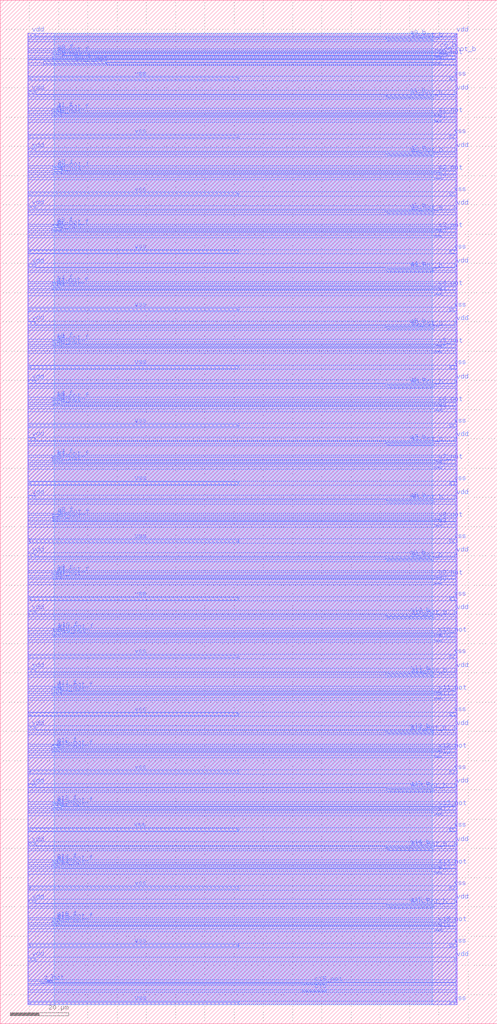
<source format=lef>
VERSION 5.7 ;
  NOWIREEXTENSIONATPIN ON ;
  DIVIDERCHAR "/" ;
  BUSBITCHARS "[]" ;
MACRO 16b_FA
  CLASS BLOCK ;
  FOREIGN 16b_FA ;
  ORIGIN 0.000 0.000 ;
  SIZE 169.925 BY 349.940 ;
  PIN vss
    USE GROUND ;
    PORT
      LAYER Metal3 ;
        RECT 153.995 322.695 156.130 323.595 ;
    END
    PORT
      LAYER Metal3 ;
        RECT 153.995 302.925 156.130 303.825 ;
    END
    PORT
      LAYER Metal3 ;
        RECT 153.995 283.230 156.130 284.130 ;
    END
    PORT
      LAYER Metal3 ;
        RECT 153.995 263.495 156.130 264.395 ;
    END
    PORT
      LAYER Metal3 ;
        RECT 153.995 243.740 156.130 244.640 ;
    END
    PORT
      LAYER Metal3 ;
        RECT 154.015 223.990 156.150 224.890 ;
    END
    PORT
      LAYER Metal3 ;
        RECT 154.015 204.045 156.150 204.945 ;
    END
    PORT
      LAYER Metal3 ;
        RECT 153.995 184.350 156.130 185.250 ;
    END
    PORT
      LAYER Metal3 ;
        RECT 10.275 243.740 81.245 244.640 ;
    END
    PORT
      LAYER Metal3 ;
        RECT 10.275 283.230 81.245 284.130 ;
    END
    PORT
      LAYER Metal3 ;
        RECT 10.295 223.990 81.265 224.890 ;
    END
    PORT
      LAYER Metal3 ;
        RECT 10.275 302.925 81.245 303.825 ;
    END
    PORT
      LAYER Metal3 ;
        RECT 10.295 204.045 81.265 204.945 ;
    END
    PORT
      LAYER Metal3 ;
        RECT 10.275 263.495 81.245 264.395 ;
    END
    PORT
      LAYER Metal3 ;
        RECT 10.275 184.350 81.245 185.250 ;
    END
    PORT
      LAYER Metal3 ;
        RECT 10.275 322.695 81.245 323.595 ;
    END
    PORT
      LAYER Metal3 ;
        RECT 10.330 164.580 81.300 165.480 ;
    END
    PORT
      LAYER Metal3 ;
        RECT 10.275 144.845 81.245 145.745 ;
    END
    PORT
      LAYER Metal3 ;
        RECT 10.275 125.165 81.245 126.065 ;
    END
    PORT
      LAYER Metal3 ;
        RECT 10.295 105.375 81.265 106.275 ;
    END
    PORT
      LAYER Metal3 ;
        RECT 10.310 85.595 81.280 86.495 ;
    END
    PORT
      LAYER Metal3 ;
        RECT 10.215 65.865 81.185 66.765 ;
    END
    PORT
      LAYER Metal3 ;
        RECT 10.310 45.910 81.280 46.810 ;
    END
    PORT
      LAYER Metal3 ;
        RECT 10.325 26.285 81.295 27.185 ;
    END
    PORT
      LAYER Metal3 ;
        RECT 10.290 6.510 81.260 7.410 ;
    END
    PORT
      LAYER Metal3 ;
        RECT 153.995 144.845 156.130 145.745 ;
    END
    PORT
      LAYER Metal3 ;
        RECT 154.030 45.910 156.165 46.810 ;
    END
    PORT
      LAYER Metal3 ;
        RECT 154.015 105.375 156.150 106.275 ;
    END
    PORT
      LAYER Metal3 ;
        RECT 154.045 26.285 156.180 27.185 ;
    END
    PORT
      LAYER Metal3 ;
        RECT 154.050 164.580 156.185 165.480 ;
    END
    PORT
      LAYER Metal3 ;
        RECT 154.010 6.510 156.145 7.410 ;
    END
    PORT
      LAYER Metal3 ;
        RECT 154.030 85.595 156.165 86.495 ;
    END
    PORT
      LAYER Metal3 ;
        RECT 153.995 125.165 156.130 126.065 ;
    END
    PORT
      LAYER Metal3 ;
        RECT 153.935 65.865 156.070 66.765 ;
    END
  END vss
  PIN vdd
    USE POWER ;
    PORT
      LAYER Metal3 ;
        RECT 155.735 179.540 156.140 180.440 ;
    END
    PORT
      LAYER Metal3 ;
        RECT 155.735 199.380 156.140 200.280 ;
    END
    PORT
      LAYER Metal3 ;
        RECT 155.755 219.065 156.160 219.965 ;
    END
    PORT
      LAYER Metal3 ;
        RECT 155.720 239.030 156.125 239.930 ;
    END
    PORT
      LAYER Metal3 ;
        RECT 155.755 258.740 156.160 259.640 ;
    END
    PORT
      LAYER Metal3 ;
        RECT 155.745 278.490 156.150 279.390 ;
    END
    PORT
      LAYER Metal3 ;
        RECT 155.735 298.285 156.140 299.185 ;
    END
    PORT
      LAYER Metal3 ;
        RECT 155.745 317.925 156.150 318.825 ;
    END
    PORT
      LAYER Metal3 ;
        RECT 155.740 337.670 156.145 338.570 ;
    END
    PORT
      LAYER Metal3 ;
        RECT 9.630 199.380 11.810 200.280 ;
    END
    PORT
      LAYER Metal3 ;
        RECT 9.650 219.065 11.830 219.965 ;
    END
    PORT
      LAYER Metal3 ;
        RECT 9.615 239.030 11.795 239.930 ;
    END
    PORT
      LAYER Metal3 ;
        RECT 9.650 258.740 11.830 259.640 ;
    END
    PORT
      LAYER Metal3 ;
        RECT 9.640 278.490 11.820 279.390 ;
    END
    PORT
      LAYER Metal3 ;
        RECT 9.630 298.285 11.810 299.185 ;
    END
    PORT
      LAYER Metal3 ;
        RECT 9.640 317.925 11.820 318.825 ;
    END
    PORT
      LAYER Metal3 ;
        RECT 9.635 337.670 11.815 338.570 ;
    END
    PORT
      LAYER Metal3 ;
        RECT 9.630 179.540 11.810 180.440 ;
    END
    PORT
      LAYER Metal3 ;
        RECT 9.630 21.560 11.810 22.460 ;
    END
    PORT
      LAYER Metal3 ;
        RECT 9.645 41.340 11.825 42.240 ;
    END
    PORT
      LAYER Metal3 ;
        RECT 9.665 60.980 11.845 61.880 ;
    END
    PORT
      LAYER Metal3 ;
        RECT 9.630 80.910 11.810 81.810 ;
    END
    PORT
      LAYER Metal3 ;
        RECT 9.630 100.650 11.810 101.550 ;
    END
    PORT
      LAYER Metal3 ;
        RECT 9.630 120.340 11.810 121.240 ;
    END
    PORT
      LAYER Metal3 ;
        RECT 9.640 140.180 11.820 141.080 ;
    END
    PORT
      LAYER Metal3 ;
        RECT 9.640 159.845 11.820 160.745 ;
    END
    PORT
      LAYER Metal3 ;
        RECT 155.770 60.980 156.175 61.880 ;
    END
    PORT
      LAYER Metal3 ;
        RECT 155.735 80.910 156.140 81.810 ;
    END
    PORT
      LAYER Metal3 ;
        RECT 155.735 100.650 156.140 101.550 ;
    END
    PORT
      LAYER Metal3 ;
        RECT 155.735 120.340 156.140 121.240 ;
    END
    PORT
      LAYER Metal3 ;
        RECT 155.745 140.180 156.150 141.080 ;
    END
    PORT
      LAYER Metal3 ;
        RECT 155.745 159.845 156.150 160.745 ;
    END
    PORT
      LAYER Metal3 ;
        RECT 155.735 21.560 156.140 22.460 ;
    END
    PORT
      LAYER Metal3 ;
        RECT 155.750 41.340 156.155 42.240 ;
    END
  END vdd
  PIN c0_b
    ANTENNAGATEAREA 2.739250 ;
    ANTENNADIFFAREA 2.734275 ;
    PORT
      LAYER Metal3 ;
        RECT 149.280 332.675 151.215 332.985 ;
    END
  END c0_b
  PIN a0_b
    ANTENNAGATEAREA 2.739250 ;
    ANTENNADIFFAREA 1.587600 ;
    PORT
      LAYER Metal3 ;
        RECT 132.195 336.890 147.930 337.300 ;
    END
  END a0_b
  PIN a0_not_b
    ANTENNAGATEAREA 2.775000 ;
    ANTENNADIFFAREA 1.587600 ;
    PORT
      LAYER Metal3 ;
        RECT 132.790 336.110 147.920 336.565 ;
    END
  END a0_not_b
  PIN a1_b
    ANTENNAGATEAREA 2.739250 ;
    ANTENNADIFFAREA 1.587600 ;
    PORT
      LAYER Metal3 ;
        RECT 131.995 317.165 147.730 317.575 ;
    END
  END a1_b
  PIN a1_not_b
    ANTENNAGATEAREA 2.775000 ;
    ANTENNADIFFAREA 1.587600 ;
    PORT
      LAYER Metal3 ;
        RECT 132.590 316.385 147.720 316.840 ;
    END
  END a1_not_b
  PIN a2_b
    ANTENNAGATEAREA 2.739250 ;
    ANTENNADIFFAREA 1.587600 ;
    PORT
      LAYER Metal3 ;
        RECT 132.150 297.520 147.885 297.930 ;
    END
  END a2_b
  PIN a2_not_b
    ANTENNAGATEAREA 2.775000 ;
    ANTENNADIFFAREA 1.587600 ;
    PORT
      LAYER Metal3 ;
        RECT 132.745 296.740 147.875 297.195 ;
    END
  END a2_not_b
  PIN a3_b
    ANTENNAGATEAREA 2.739250 ;
    ANTENNADIFFAREA 1.587600 ;
    PORT
      LAYER Metal3 ;
        RECT 132.150 277.725 147.885 278.135 ;
    END
  END a3_b
  PIN a3_not_b
    ANTENNAGATEAREA 2.775000 ;
    ANTENNADIFFAREA 1.587600 ;
    PORT
      LAYER Metal3 ;
        RECT 132.745 276.945 147.875 277.400 ;
    END
  END a3_not_b
  PIN a4_b
    ANTENNAGATEAREA 2.739250 ;
    ANTENNADIFFAREA 1.587600 ;
    PORT
      LAYER Metal3 ;
        RECT 132.070 257.970 147.805 258.380 ;
    END
  END a4_b
  PIN a4_not_b
    ANTENNAGATEAREA 2.775000 ;
    ANTENNADIFFAREA 1.587600 ;
    PORT
      LAYER Metal3 ;
        RECT 132.665 257.190 147.795 257.645 ;
    END
  END a4_not_b
  PIN a5_b
    ANTENNAGATEAREA 2.739250 ;
    ANTENNADIFFAREA 1.587600 ;
    PORT
      LAYER Metal3 ;
        RECT 132.175 238.255 147.910 238.665 ;
    END
  END a5_b
  PIN a5_not_b
    ANTENNAGATEAREA 2.775000 ;
    ANTENNADIFFAREA 1.587600 ;
    PORT
      LAYER Metal3 ;
        RECT 132.770 237.475 147.900 237.930 ;
    END
  END a5_not_b
  PIN a6_b
    ANTENNAGATEAREA 2.739250 ;
    ANTENNADIFFAREA 1.587600 ;
    PORT
      LAYER Metal3 ;
        RECT 132.175 218.285 147.910 218.695 ;
    END
  END a6_b
  PIN a6_not_b
    ANTENNAGATEAREA 2.775000 ;
    ANTENNADIFFAREA 1.587600 ;
    PORT
      LAYER Metal3 ;
        RECT 132.770 217.505 147.900 217.960 ;
    END
  END a6_not_b
  PIN a7_b
    ANTENNAGATEAREA 2.739250 ;
    ANTENNADIFFAREA 1.587600 ;
    PORT
      LAYER Metal3 ;
        RECT 132.175 198.620 147.910 199.030 ;
    END
  END a7_b
  PIN a7_not_b
    ANTENNAGATEAREA 2.775000 ;
    ANTENNADIFFAREA 1.587600 ;
    PORT
      LAYER Metal3 ;
        RECT 132.770 197.840 147.900 198.295 ;
    END
  END a7_not_b
  PIN a8_b
    ANTENNAGATEAREA 2.739250 ;
    ANTENNADIFFAREA 1.587600 ;
    PORT
      LAYER Metal3 ;
        RECT 132.215 178.780 147.950 179.190 ;
    END
  END a8_b
  PIN a8_not_b
    ANTENNAGATEAREA 2.775000 ;
    ANTENNADIFFAREA 1.587600 ;
    PORT
      LAYER Metal3 ;
        RECT 132.810 178.000 147.940 178.455 ;
    END
  END a8_not_b
  PIN c0_not_b
    ANTENNAGATEAREA 2.775000 ;
    ANTENNADIFFAREA 2.560625 ;
    PORT
      LAYER Metal3 ;
        RECT 150.720 331.265 152.465 331.575 ;
    END
  END c0_not_b
  PIN s0
    ANTENNADIFFAREA 2.734275 ;
    PORT
      LAYER Metal3 ;
        RECT 148.905 328.205 150.650 328.515 ;
    END
  END s0
  PIN s0_not
    ANTENNADIFFAREA 2.560625 ;
    PORT
      LAYER Metal3 ;
        RECT 148.935 330.250 150.680 330.560 ;
    END
  END s0_not
  PIN s1
    ANTENNADIFFAREA 2.734275 ;
    PORT
      LAYER Metal3 ;
        RECT 148.775 308.475 150.520 308.785 ;
    END
  END s1
  PIN s1_not
    ANTENNADIFFAREA 2.560625 ;
    PORT
      LAYER Metal3 ;
        RECT 148.805 310.520 150.550 310.830 ;
    END
  END s1_not
  PIN s2
    ANTENNADIFFAREA 2.734275 ;
    PORT
      LAYER Metal3 ;
        RECT 148.890 288.835 150.635 289.145 ;
    END
  END s2
  PIN s2_not
    ANTENNADIFFAREA 2.560625 ;
    PORT
      LAYER Metal3 ;
        RECT 148.920 290.880 150.665 291.190 ;
    END
  END s2_not
  PIN s3
    ANTENNADIFFAREA 2.734275 ;
    PORT
      LAYER Metal3 ;
        RECT 148.890 269.035 150.635 269.345 ;
    END
  END s3
  PIN s3_not
    ANTENNADIFFAREA 2.560625 ;
    PORT
      LAYER Metal3 ;
        RECT 148.920 271.080 150.665 271.390 ;
    END
  END s3_not
  PIN s4
    ANTENNADIFFAREA 2.734275 ;
    PORT
      LAYER Metal3 ;
        RECT 148.850 249.280 150.595 249.590 ;
    END
  END s4
  PIN s4_not
    ANTENNADIFFAREA 2.560625 ;
    PORT
      LAYER Metal3 ;
        RECT 148.880 251.325 150.625 251.635 ;
    END
  END s4_not
  PIN s5
    ANTENNADIFFAREA 2.734275 ;
    PORT
      LAYER Metal3 ;
        RECT 148.890 229.565 150.635 229.875 ;
    END
  END s5
  PIN s5_not
    ANTENNADIFFAREA 2.560625 ;
    PORT
      LAYER Metal3 ;
        RECT 148.920 231.610 150.665 231.920 ;
    END
  END s5_not
  PIN s6_not
    ANTENNADIFFAREA 2.560625 ;
    PORT
      LAYER Metal3 ;
        RECT 148.915 211.640 150.660 211.950 ;
    END
  END s6_not
  PIN s7
    ANTENNADIFFAREA 2.734275 ;
    PORT
      LAYER Metal3 ;
        RECT 148.905 189.935 150.650 190.245 ;
    END
  END s7
  PIN s7_not
    ANTENNADIFFAREA 2.560625 ;
    PORT
      LAYER Metal3 ;
        RECT 148.935 191.980 150.680 192.290 ;
    END
  END s7_not
  PIN s6
    ANTENNADIFFAREA 2.734275 ;
    PORT
      LAYER Metal3 ;
        RECT 148.885 209.595 150.630 209.905 ;
    END
  END s6
  PIN a3_f
    ANTENNAGATEAREA 5.478500 ;
    ANTENNADIFFAREA 1.587600 ;
    PORT
      LAYER Metal3 ;
        RECT 18.135 272.830 20.595 273.135 ;
    END
  END a3_f
  PIN a3_not_f
    ANTENNAGATEAREA 5.550000 ;
    ANTENNADIFFAREA 1.587600 ;
    PORT
      LAYER Metal3 ;
        RECT 18.095 272.095 20.600 272.390 ;
    END
  END a3_not_f
  PIN b3
    ANTENNADIFFAREA 2.559875 ;
    PORT
      LAYER Metal3 ;
        RECT 18.100 271.380 20.615 271.675 ;
    END
  END b3
  PIN b3_not
    ANTENNADIFFAREA 2.638650 ;
    PORT
      LAYER Metal3 ;
        RECT 18.135 270.750 20.600 271.045 ;
    END
  END b3_not
  PIN a4_f
    ANTENNAGATEAREA 5.478500 ;
    ANTENNADIFFAREA 1.587600 ;
    PORT
      LAYER Metal3 ;
        RECT 18.005 253.120 20.465 253.425 ;
    END
  END a4_f
  PIN a4_not_f
    ANTENNAGATEAREA 5.550000 ;
    ANTENNADIFFAREA 1.587600 ;
    PORT
      LAYER Metal3 ;
        RECT 17.965 252.385 20.470 252.680 ;
    END
  END a4_not_f
  PIN b4
    ANTENNADIFFAREA 2.559875 ;
    PORT
      LAYER Metal3 ;
        RECT 17.970 251.670 20.485 251.965 ;
    END
  END b4
  PIN b4_not
    ANTENNADIFFAREA 2.638650 ;
    PORT
      LAYER Metal3 ;
        RECT 18.005 251.040 20.470 251.335 ;
    END
  END b4_not
  PIN a5_f
    ANTENNAGATEAREA 5.478500 ;
    ANTENNADIFFAREA 1.587600 ;
    PORT
      LAYER Metal3 ;
        RECT 18.135 233.360 20.595 233.665 ;
    END
  END a5_f
  PIN a5_not_f
    ANTENNAGATEAREA 5.550000 ;
    ANTENNADIFFAREA 1.587600 ;
    PORT
      LAYER Metal3 ;
        RECT 18.095 232.625 20.600 232.920 ;
    END
  END a5_not_f
  PIN b5
    ANTENNADIFFAREA 2.559875 ;
    PORT
      LAYER Metal3 ;
        RECT 18.100 231.910 20.615 232.205 ;
    END
  END b5
  PIN b5_not
    ANTENNADIFFAREA 2.638650 ;
    PORT
      LAYER Metal3 ;
        RECT 18.135 231.280 20.600 231.575 ;
    END
  END b5_not
  PIN a6_f
    ANTENNAGATEAREA 5.478500 ;
    ANTENNADIFFAREA 1.587600 ;
    PORT
      LAYER Metal3 ;
        RECT 18.085 213.550 20.545 213.855 ;
    END
  END a6_f
  PIN a6_not_f
    ANTENNAGATEAREA 5.550000 ;
    ANTENNADIFFAREA 1.587600 ;
    PORT
      LAYER Metal3 ;
        RECT 18.045 212.815 20.550 213.110 ;
    END
  END a6_not_f
  PIN b6
    ANTENNADIFFAREA 2.559875 ;
    PORT
      LAYER Metal3 ;
        RECT 18.050 212.100 20.565 212.395 ;
    END
  END b6
  PIN b6_not
    ANTENNADIFFAREA 2.638650 ;
    PORT
      LAYER Metal3 ;
        RECT 18.085 211.470 20.550 211.765 ;
    END
  END b6_not
  PIN a7_f
    ANTENNAGATEAREA 5.478500 ;
    ANTENNADIFFAREA 1.587600 ;
    PORT
      LAYER Metal3 ;
        RECT 18.055 193.755 20.515 194.060 ;
    END
  END a7_f
  PIN a7_not_f
    ANTENNAGATEAREA 5.550000 ;
    ANTENNADIFFAREA 1.587600 ;
    PORT
      LAYER Metal3 ;
        RECT 18.015 193.020 20.520 193.315 ;
    END
  END a7_not_f
  PIN b7
    ANTENNADIFFAREA 2.559875 ;
    PORT
      LAYER Metal3 ;
        RECT 18.020 192.305 20.535 192.600 ;
    END
  END b7
  PIN b7_not
    ANTENNADIFFAREA 2.638650 ;
    PORT
      LAYER Metal3 ;
        RECT 18.055 191.675 20.520 191.970 ;
    END
  END b7_not
  PIN a8_f
    ANTENNAGATEAREA 5.478500 ;
    ANTENNADIFFAREA 1.587600 ;
    PORT
      LAYER Metal3 ;
        RECT 18.205 173.960 20.665 174.265 ;
    END
  END a8_f
  PIN a8_not_f
    ANTENNAGATEAREA 5.550000 ;
    ANTENNADIFFAREA 1.587600 ;
    PORT
      LAYER Metal3 ;
        RECT 18.165 173.225 20.670 173.520 ;
    END
  END a8_not_f
  PIN b8
    ANTENNADIFFAREA 2.559875 ;
    PORT
      LAYER Metal3 ;
        RECT 18.170 172.510 20.685 172.805 ;
    END
  END b8
  PIN c0_f_not
    ANTENNADIFFAREA 2.638650 ;
    PORT
      LAYER Metal3 ;
        RECT 15.050 328.050 36.160 328.345 ;
    END
  END c0_f_not
  PIN c0_f
    ANTENNADIFFAREA 2.559875 ;
    PORT
      LAYER Metal3 ;
        RECT 15.230 328.915 35.575 329.210 ;
    END
  END c0_f
  PIN a0_f
    ANTENNAGATEAREA 5.478500 ;
    ANTENNADIFFAREA 1.587600 ;
    PORT
      LAYER Metal3 ;
        RECT 18.185 332.070 20.645 332.375 ;
    END
  END a0_f
  PIN a0_not_f
    ANTENNAGATEAREA 5.550000 ;
    ANTENNADIFFAREA 1.587600 ;
    PORT
      LAYER Metal3 ;
        RECT 18.145 331.335 20.650 331.630 ;
    END
  END a0_not_f
  PIN b0
    ANTENNADIFFAREA 2.559875 ;
    PORT
      LAYER Metal3 ;
        RECT 18.150 330.620 20.665 330.915 ;
    END
  END b0
  PIN b0_not
    ANTENNADIFFAREA 2.638650 ;
    PORT
      LAYER Metal3 ;
        RECT 18.185 329.990 20.650 330.285 ;
    END
  END b0_not
  PIN a1_f
    ANTENNAGATEAREA 5.478500 ;
    ANTENNADIFFAREA 1.587600 ;
    PORT
      LAYER Metal3 ;
        RECT 18.140 312.380 20.600 312.685 ;
    END
  END a1_f
  PIN a1_not_f
    ANTENNAGATEAREA 5.550000 ;
    ANTENNADIFFAREA 1.587600 ;
    PORT
      LAYER Metal3 ;
        RECT 18.100 311.645 20.605 311.940 ;
    END
  END a1_not_f
  PIN b1
    ANTENNADIFFAREA 2.559875 ;
    PORT
      LAYER Metal3 ;
        RECT 18.105 310.930 20.620 311.225 ;
    END
  END b1
  PIN b1_not
    ANTENNADIFFAREA 2.638650 ;
    PORT
      LAYER Metal3 ;
        RECT 18.140 310.300 20.605 310.595 ;
    END
  END b1_not
  PIN a2_f
    ANTENNAGATEAREA 5.478500 ;
    ANTENNADIFFAREA 1.587600 ;
    PORT
      LAYER Metal3 ;
        RECT 18.330 292.670 20.790 292.975 ;
    END
  END a2_f
  PIN a2_not_f
    ANTENNAGATEAREA 5.550000 ;
    ANTENNADIFFAREA 1.587600 ;
    PORT
      LAYER Metal3 ;
        RECT 18.290 291.935 20.795 292.230 ;
    END
  END a2_not_f
  PIN b2
    ANTENNADIFFAREA 2.559875 ;
    PORT
      LAYER Metal3 ;
        RECT 18.295 291.220 20.810 291.515 ;
    END
  END b2
  PIN b2_not
    ANTENNADIFFAREA 2.638650 ;
    PORT
      LAYER Metal3 ;
        RECT 18.330 290.590 20.795 290.885 ;
    END
  END b2_not
  PIN a13_not_f
    ANTENNAGATEAREA 5.550000 ;
    ANTENNADIFFAREA 1.587600 ;
    PORT
      LAYER Metal3 ;
        RECT 18.115 74.515 20.620 74.810 ;
    END
  END a13_not_f
  PIN b13
    ANTENNADIFFAREA 2.559875 ;
    PORT
      LAYER Metal3 ;
        RECT 18.120 73.800 20.635 74.095 ;
    END
  END b13
  PIN b13_not
    ANTENNADIFFAREA 2.638650 ;
    PORT
      LAYER Metal3 ;
        RECT 18.155 73.170 20.620 73.465 ;
    END
  END b13_not
  PIN a14_f
    ANTENNAGATEAREA 5.478500 ;
    ANTENNADIFFAREA 1.587600 ;
    PORT
      LAYER Metal3 ;
        RECT 18.105 55.440 20.565 55.745 ;
    END
  END a14_f
  PIN a14_not_f
    ANTENNAGATEAREA 5.550000 ;
    ANTENNADIFFAREA 1.587600 ;
    PORT
      LAYER Metal3 ;
        RECT 18.065 54.705 20.570 55.000 ;
    END
  END a14_not_f
  PIN b14
    ANTENNADIFFAREA 2.559875 ;
    PORT
      LAYER Metal3 ;
        RECT 18.070 53.990 20.585 54.285 ;
    END
  END b14
  PIN b14_not
    ANTENNADIFFAREA 2.638650 ;
    PORT
      LAYER Metal3 ;
        RECT 18.105 53.360 20.570 53.655 ;
    END
  END b14_not
  PIN a15_f
    ANTENNAGATEAREA 5.478500 ;
    ANTENNADIFFAREA 1.587600 ;
    PORT
      LAYER Metal3 ;
        RECT 18.075 35.645 20.535 35.950 ;
    END
  END a15_f
  PIN a15_not_f
    ANTENNAGATEAREA 5.550000 ;
    ANTENNADIFFAREA 1.587600 ;
    PORT
      LAYER Metal3 ;
        RECT 18.035 34.910 20.540 35.205 ;
    END
  END a15_not_f
  PIN b15
    ANTENNADIFFAREA 2.559875 ;
    PORT
      LAYER Metal3 ;
        RECT 18.040 34.195 20.555 34.490 ;
    END
  END b15
  PIN b15_not
    ANTENNADIFFAREA 2.638650 ;
    PORT
      LAYER Metal3 ;
        RECT 18.075 33.565 20.540 33.860 ;
    END
  END b15_not
  PIN b8_not
    ANTENNADIFFAREA 2.638650 ;
    PORT
      LAYER Metal3 ;
        RECT 18.205 171.880 20.670 172.175 ;
    END
  END b8_not
  PIN z
    ANTENNADIFFAREA 2.559875 ;
    PORT
      LAYER Metal3 ;
        RECT 16.315 14.445 17.565 14.745 ;
    END
  END z
  PIN z_not
    ANTENNADIFFAREA 2.638650 ;
    PORT
      LAYER Metal3 ;
        RECT 14.215 13.895 15.465 14.195 ;
    END
  END z_not
  PIN a9_f
    ANTENNAGATEAREA 5.478500 ;
    ANTENNADIFFAREA 1.587600 ;
    PORT
      LAYER Metal3 ;
        RECT 18.160 154.270 20.620 154.575 ;
    END
  END a9_f
  PIN a9_not_f
    ANTENNAGATEAREA 5.550000 ;
    ANTENNADIFFAREA 1.587600 ;
    PORT
      LAYER Metal3 ;
        RECT 18.120 153.535 20.625 153.830 ;
    END
  END a9_not_f
  PIN b9
    ANTENNADIFFAREA 2.559875 ;
    PORT
      LAYER Metal3 ;
        RECT 18.125 152.820 20.640 153.115 ;
    END
  END b9
  PIN b9_not
    ANTENNADIFFAREA 2.638650 ;
    PORT
      LAYER Metal3 ;
        RECT 18.160 152.190 20.625 152.485 ;
    END
  END b9_not
  PIN a10_f
    ANTENNAGATEAREA 5.478500 ;
    ANTENNADIFFAREA 1.587600 ;
    PORT
      LAYER Metal3 ;
        RECT 18.350 134.560 20.810 134.865 ;
    END
  END a10_f
  PIN a10_not_f
    ANTENNAGATEAREA 5.550000 ;
    ANTENNADIFFAREA 1.587600 ;
    PORT
      LAYER Metal3 ;
        RECT 18.310 133.825 20.815 134.120 ;
    END
  END a10_not_f
  PIN b10
    ANTENNADIFFAREA 2.559875 ;
    PORT
      LAYER Metal3 ;
        RECT 18.315 133.110 20.830 133.405 ;
    END
  END b10
  PIN b10_not
    ANTENNADIFFAREA 2.638650 ;
    PORT
      LAYER Metal3 ;
        RECT 18.350 132.480 20.815 132.775 ;
    END
  END b10_not
  PIN a11_f
    ANTENNAGATEAREA 5.478500 ;
    ANTENNADIFFAREA 1.587600 ;
    PORT
      LAYER Metal3 ;
        RECT 18.155 114.720 20.615 115.025 ;
    END
  END a11_f
  PIN a11_not_f
    ANTENNAGATEAREA 5.550000 ;
    ANTENNADIFFAREA 1.587600 ;
    PORT
      LAYER Metal3 ;
        RECT 18.115 113.985 20.620 114.280 ;
    END
  END a11_not_f
  PIN b11
    ANTENNADIFFAREA 2.559875 ;
    PORT
      LAYER Metal3 ;
        RECT 18.120 113.270 20.635 113.565 ;
    END
  END b11
  PIN b11_not
    ANTENNADIFFAREA 2.638650 ;
    PORT
      LAYER Metal3 ;
        RECT 18.155 112.640 20.620 112.935 ;
    END
  END b11_not
  PIN a12_f
    ANTENNAGATEAREA 5.478500 ;
    ANTENNADIFFAREA 1.587600 ;
    PORT
      LAYER Metal3 ;
        RECT 18.025 95.010 20.485 95.315 ;
    END
  END a12_f
  PIN a12_not_f
    ANTENNAGATEAREA 5.550000 ;
    ANTENNADIFFAREA 1.587600 ;
    PORT
      LAYER Metal3 ;
        RECT 17.985 94.275 20.490 94.570 ;
    END
  END a12_not_f
  PIN b12
    ANTENNADIFFAREA 2.559875 ;
    PORT
      LAYER Metal3 ;
        RECT 17.990 93.560 20.505 93.855 ;
    END
  END b12
  PIN b12_not
    ANTENNADIFFAREA 2.638650 ;
    PORT
      LAYER Metal3 ;
        RECT 18.025 92.930 20.490 93.225 ;
    END
  END b12_not
  PIN a13_f
    ANTENNAGATEAREA 5.478500 ;
    ANTENNADIFFAREA 1.587600 ;
    PORT
      LAYER Metal3 ;
        RECT 18.155 75.250 20.615 75.555 ;
    END
  END a13_f
  PIN a10_b
    ANTENNAGATEAREA 2.739250 ;
    ANTENNADIFFAREA 1.587600 ;
    PORT
      LAYER Metal3 ;
        RECT 132.170 139.410 147.905 139.820 ;
    END
  END a10_b
  PIN a10_not_b
    ANTENNAGATEAREA 2.775000 ;
    ANTENNADIFFAREA 1.587600 ;
    PORT
      LAYER Metal3 ;
        RECT 132.765 138.630 147.895 139.085 ;
    END
  END a10_not_b
  PIN a11_b
    ANTENNAGATEAREA 2.739250 ;
    ANTENNADIFFAREA 1.587600 ;
    PORT
      LAYER Metal3 ;
        RECT 132.170 119.615 147.905 120.025 ;
    END
  END a11_b
  PIN a11_not_b
    ANTENNAGATEAREA 2.775000 ;
    ANTENNADIFFAREA 1.587600 ;
    PORT
      LAYER Metal3 ;
        RECT 132.765 118.835 147.895 119.290 ;
    END
  END a11_not_b
  PIN a12_b
    ANTENNAGATEAREA 2.739250 ;
    ANTENNADIFFAREA 1.587600 ;
    PORT
      LAYER Metal3 ;
        RECT 132.090 99.860 147.825 100.270 ;
    END
  END a12_b
  PIN a12_not_b
    ANTENNAGATEAREA 2.775000 ;
    ANTENNADIFFAREA 1.587600 ;
    PORT
      LAYER Metal3 ;
        RECT 132.685 99.080 147.815 99.535 ;
    END
  END a12_not_b
  PIN a13_b
    ANTENNAGATEAREA 2.739250 ;
    ANTENNADIFFAREA 1.587600 ;
    PORT
      LAYER Metal3 ;
        RECT 132.195 80.145 147.930 80.555 ;
    END
  END a13_b
  PIN a13_not_b
    ANTENNAGATEAREA 2.775000 ;
    ANTENNADIFFAREA 1.587600 ;
    PORT
      LAYER Metal3 ;
        RECT 132.790 79.365 147.920 79.820 ;
    END
  END a13_not_b
  PIN a14_b
    ANTENNAGATEAREA 2.739250 ;
    ANTENNADIFFAREA 1.587600 ;
    PORT
      LAYER Metal3 ;
        RECT 132.195 60.175 147.930 60.585 ;
    END
  END a14_b
  PIN a14_not_b
    ANTENNAGATEAREA 2.775000 ;
    ANTENNADIFFAREA 1.587600 ;
    PORT
      LAYER Metal3 ;
        RECT 132.790 59.395 147.920 59.850 ;
    END
  END a14_not_b
  PIN a15_b
    ANTENNAGATEAREA 2.739250 ;
    ANTENNADIFFAREA 1.587600 ;
    PORT
      LAYER Metal3 ;
        RECT 132.195 40.510 147.930 40.920 ;
    END
  END a15_b
  PIN a15_not_b
    ANTENNAGATEAREA 2.775000 ;
    ANTENNADIFFAREA 1.587600 ;
    PORT
      LAYER Metal3 ;
        RECT 132.790 39.730 147.920 40.185 ;
    END
  END a15_not_b
  PIN c15
    ANTENNADIFFAREA 2.734275 ;
    PORT
      LAYER Metal3 ;
        RECT 103.605 11.000 111.150 11.320 ;
    END
  END c15
  PIN c15_not
    ANTENNADIFFAREA 2.560625 ;
    PORT
      LAYER Metal3 ;
        RECT 103.620 13.430 111.140 13.750 ;
    END
  END c15_not
  PIN a9_b
    ANTENNAGATEAREA 2.739250 ;
    ANTENNADIFFAREA 1.587600 ;
    PORT
      LAYER Metal3 ;
        RECT 132.015 159.055 147.750 159.465 ;
    END
  END a9_b
  PIN s8
    ANTENNADIFFAREA 2.734275 ;
    PORT
      LAYER Metal3 ;
        RECT 148.905 170.090 150.650 170.400 ;
    END
  END s8
  PIN s8_not
    ANTENNADIFFAREA 2.560625 ;
    PORT
      LAYER Metal3 ;
        RECT 148.935 172.135 150.680 172.445 ;
    END
  END s8_not
  PIN s9
    ANTENNADIFFAREA 2.734275 ;
    PORT
      LAYER Metal3 ;
        RECT 148.805 150.365 150.550 150.675 ;
    END
  END s9
  PIN s9_not
    ANTENNADIFFAREA 2.560625 ;
    PORT
      LAYER Metal3 ;
        RECT 148.835 152.410 150.580 152.720 ;
    END
  END s9_not
  PIN s10
    ANTENNADIFFAREA 2.734275 ;
    PORT
      LAYER Metal3 ;
        RECT 148.865 130.720 150.610 131.030 ;
    END
  END s10
  PIN s10_not
    ANTENNADIFFAREA 2.560625 ;
    PORT
      LAYER Metal3 ;
        RECT 148.895 132.765 150.640 133.075 ;
    END
  END s10_not
  PIN s11
    ANTENNADIFFAREA 2.734275 ;
    PORT
      LAYER Metal3 ;
        RECT 148.865 110.930 150.610 111.240 ;
    END
  END s11
  PIN s11_not
    ANTENNADIFFAREA 2.560625 ;
    PORT
      LAYER Metal3 ;
        RECT 148.895 112.975 150.640 113.285 ;
    END
  END s11_not
  PIN s12
    ANTENNADIFFAREA 2.734275 ;
    PORT
      LAYER Metal3 ;
        RECT 148.865 91.170 150.610 91.480 ;
    END
  END s12
  PIN s12_not
    ANTENNADIFFAREA 2.560625 ;
    PORT
      LAYER Metal3 ;
        RECT 148.895 93.215 150.640 93.525 ;
    END
  END s12_not
  PIN s13
    ANTENNADIFFAREA 2.734275 ;
    PORT
      LAYER Metal3 ;
        RECT 148.890 71.460 150.635 71.770 ;
    END
  END s13
  PIN s13_not
    ANTENNADIFFAREA 2.560625 ;
    PORT
      LAYER Metal3 ;
        RECT 148.920 73.505 150.665 73.815 ;
    END
  END s13_not
  PIN s14
    ANTENNADIFFAREA 2.734275 ;
    PORT
      LAYER Metal3 ;
        RECT 148.875 51.490 150.620 51.800 ;
    END
  END s14
  PIN s14_not
    ANTENNADIFFAREA 2.560625 ;
    PORT
      LAYER Metal3 ;
        RECT 148.905 53.535 150.650 53.845 ;
    END
  END s14_not
  PIN s15
    ANTENNADIFFAREA 2.734275 ;
    PORT
      LAYER Metal3 ;
        RECT 148.900 31.825 150.645 32.135 ;
    END
  END s15
  PIN s15_not
    ANTENNADIFFAREA 2.560625 ;
    PORT
      LAYER Metal3 ;
        RECT 148.930 33.870 150.675 34.180 ;
    END
  END s15_not
  PIN a9_not_b
    ANTENNAGATEAREA 2.775000 ;
    ANTENNADIFFAREA 1.587600 ;
    PORT
      LAYER Metal3 ;
        RECT 132.610 158.275 147.740 158.730 ;
    END
  END a9_not_b
  OBS
      LAYER Nwell ;
        RECT 18.465 6.520 147.730 338.615 ;
      LAYER Metal1 ;
        RECT 9.415 6.520 156.165 338.615 ;
      LAYER Metal2 ;
        RECT 9.635 6.520 156.145 338.620 ;
      LAYER Metal3 ;
        RECT 12.115 337.600 155.440 338.570 ;
        RECT 12.115 337.370 131.895 337.600 ;
        RECT 9.560 336.590 131.895 337.370 ;
        RECT 148.230 337.370 155.440 337.600 ;
        RECT 148.230 336.590 155.770 337.370 ;
        RECT 9.560 335.810 132.490 336.590 ;
        RECT 148.220 335.810 155.770 336.590 ;
        RECT 9.560 333.285 155.770 335.810 ;
        RECT 9.560 332.675 148.980 333.285 ;
        RECT 9.560 331.930 17.885 332.675 ;
        RECT 20.945 332.375 148.980 332.675 ;
        RECT 151.515 332.375 155.770 333.285 ;
        RECT 20.945 331.930 155.770 332.375 ;
        RECT 9.560 331.035 17.845 331.930 ;
        RECT 20.950 331.875 155.770 331.930 ;
        RECT 20.950 331.215 150.420 331.875 ;
        RECT 9.560 330.320 17.850 331.035 ;
        RECT 20.965 330.965 150.420 331.215 ;
        RECT 152.765 330.965 155.770 331.875 ;
        RECT 20.965 330.860 155.770 330.965 ;
        RECT 20.965 330.320 148.635 330.860 ;
        RECT 9.560 329.690 17.885 330.320 ;
        RECT 20.950 329.950 148.635 330.320 ;
        RECT 150.980 329.950 155.770 330.860 ;
        RECT 20.950 329.690 155.770 329.950 ;
        RECT 9.560 329.510 155.770 329.690 ;
        RECT 9.560 328.645 14.930 329.510 ;
        RECT 35.875 328.815 155.770 329.510 ;
        RECT 35.875 328.645 148.605 328.815 ;
        RECT 9.560 327.750 14.750 328.645 ;
        RECT 36.460 327.905 148.605 328.645 ;
        RECT 150.950 327.905 155.770 328.815 ;
        RECT 36.460 327.750 155.770 327.905 ;
        RECT 9.560 323.895 155.770 327.750 ;
        RECT 9.560 322.395 9.975 323.895 ;
        RECT 81.545 322.395 153.695 323.895 ;
        RECT 9.560 319.125 155.770 322.395 ;
        RECT 12.120 317.875 155.445 319.125 ;
        RECT 12.120 317.625 131.695 317.875 ;
        RECT 9.560 316.865 131.695 317.625 ;
        RECT 148.030 317.625 155.445 317.875 ;
        RECT 148.030 316.865 155.770 317.625 ;
        RECT 9.560 316.085 132.290 316.865 ;
        RECT 148.020 316.085 155.770 316.865 ;
        RECT 9.560 312.985 155.770 316.085 ;
        RECT 9.560 312.240 17.840 312.985 ;
        RECT 20.900 312.240 155.770 312.985 ;
        RECT 9.560 311.345 17.800 312.240 ;
        RECT 20.905 311.525 155.770 312.240 ;
        RECT 9.560 310.630 17.805 311.345 ;
        RECT 20.920 311.130 155.770 311.525 ;
        RECT 20.920 310.630 148.505 311.130 ;
        RECT 9.560 310.000 17.840 310.630 ;
        RECT 20.905 310.220 148.505 310.630 ;
        RECT 150.850 310.220 155.770 311.130 ;
        RECT 20.905 310.000 155.770 310.220 ;
        RECT 9.560 309.085 155.770 310.000 ;
        RECT 9.560 308.175 148.475 309.085 ;
        RECT 150.820 308.175 155.770 309.085 ;
        RECT 9.560 304.125 155.770 308.175 ;
        RECT 9.560 302.625 9.975 304.125 ;
        RECT 81.545 302.625 153.695 304.125 ;
        RECT 9.560 299.485 155.770 302.625 ;
        RECT 12.110 298.230 155.435 299.485 ;
        RECT 12.110 297.985 131.850 298.230 ;
        RECT 9.560 297.220 131.850 297.985 ;
        RECT 148.185 297.985 155.435 298.230 ;
        RECT 148.185 297.220 155.770 297.985 ;
        RECT 9.560 296.440 132.445 297.220 ;
        RECT 148.175 296.440 155.770 297.220 ;
        RECT 9.560 293.275 155.770 296.440 ;
        RECT 9.560 292.530 18.030 293.275 ;
        RECT 21.090 292.530 155.770 293.275 ;
        RECT 9.560 291.635 17.990 292.530 ;
        RECT 21.095 291.815 155.770 292.530 ;
        RECT 9.560 290.920 17.995 291.635 ;
        RECT 21.110 291.490 155.770 291.815 ;
        RECT 21.110 290.920 148.620 291.490 ;
        RECT 9.560 290.290 18.030 290.920 ;
        RECT 21.095 290.580 148.620 290.920 ;
        RECT 150.965 290.580 155.770 291.490 ;
        RECT 21.095 290.290 155.770 290.580 ;
        RECT 9.560 289.445 155.770 290.290 ;
        RECT 9.560 288.535 148.590 289.445 ;
        RECT 150.935 288.535 155.770 289.445 ;
        RECT 9.560 284.430 155.770 288.535 ;
        RECT 9.560 282.930 9.975 284.430 ;
        RECT 81.545 282.930 153.695 284.430 ;
        RECT 9.560 279.690 155.770 282.930 ;
        RECT 12.120 278.435 155.445 279.690 ;
        RECT 12.120 278.190 131.850 278.435 ;
        RECT 9.560 277.425 131.850 278.190 ;
        RECT 148.185 278.190 155.445 278.435 ;
        RECT 148.185 277.425 155.770 278.190 ;
        RECT 9.560 276.645 132.445 277.425 ;
        RECT 148.175 276.645 155.770 277.425 ;
        RECT 9.560 273.435 155.770 276.645 ;
        RECT 9.560 272.690 17.835 273.435 ;
        RECT 20.895 272.690 155.770 273.435 ;
        RECT 9.560 271.795 17.795 272.690 ;
        RECT 20.900 271.975 155.770 272.690 ;
        RECT 9.560 271.080 17.800 271.795 ;
        RECT 20.915 271.690 155.770 271.975 ;
        RECT 20.915 271.080 148.620 271.690 ;
        RECT 9.560 270.450 17.835 271.080 ;
        RECT 20.900 270.780 148.620 271.080 ;
        RECT 150.965 270.780 155.770 271.690 ;
        RECT 20.900 270.450 155.770 270.780 ;
        RECT 9.560 269.645 155.770 270.450 ;
        RECT 9.560 268.735 148.590 269.645 ;
        RECT 150.935 268.735 155.770 269.645 ;
        RECT 9.560 264.695 155.770 268.735 ;
        RECT 9.560 263.195 9.975 264.695 ;
        RECT 81.545 263.195 153.695 264.695 ;
        RECT 9.560 259.940 155.770 263.195 ;
        RECT 12.130 258.680 155.455 259.940 ;
        RECT 12.130 258.440 131.770 258.680 ;
        RECT 9.560 257.670 131.770 258.440 ;
        RECT 148.105 258.440 155.455 258.680 ;
        RECT 148.105 257.670 155.770 258.440 ;
        RECT 9.560 256.890 132.365 257.670 ;
        RECT 148.095 256.890 155.770 257.670 ;
        RECT 9.560 253.725 155.770 256.890 ;
        RECT 9.560 252.980 17.705 253.725 ;
        RECT 20.765 252.980 155.770 253.725 ;
        RECT 9.560 252.085 17.665 252.980 ;
        RECT 20.770 252.265 155.770 252.980 ;
        RECT 9.560 251.370 17.670 252.085 ;
        RECT 20.785 251.935 155.770 252.265 ;
        RECT 20.785 251.370 148.580 251.935 ;
        RECT 9.560 250.740 17.705 251.370 ;
        RECT 20.770 251.025 148.580 251.370 ;
        RECT 150.925 251.025 155.770 251.935 ;
        RECT 20.770 250.740 155.770 251.025 ;
        RECT 9.560 249.890 155.770 250.740 ;
        RECT 9.560 248.980 148.550 249.890 ;
        RECT 150.895 248.980 155.770 249.890 ;
        RECT 9.560 244.940 155.770 248.980 ;
        RECT 9.560 243.440 9.975 244.940 ;
        RECT 81.545 243.440 153.695 244.940 ;
        RECT 9.560 240.230 155.770 243.440 ;
        RECT 12.095 238.965 155.420 240.230 ;
        RECT 12.095 238.730 131.875 238.965 ;
        RECT 9.560 237.955 131.875 238.730 ;
        RECT 148.210 238.730 155.420 238.965 ;
        RECT 148.210 237.955 155.770 238.730 ;
        RECT 9.560 237.175 132.470 237.955 ;
        RECT 148.200 237.175 155.770 237.955 ;
        RECT 9.560 233.965 155.770 237.175 ;
        RECT 9.560 233.220 17.835 233.965 ;
        RECT 20.895 233.220 155.770 233.965 ;
        RECT 9.560 232.325 17.795 233.220 ;
        RECT 20.900 232.505 155.770 233.220 ;
        RECT 9.560 231.610 17.800 232.325 ;
        RECT 20.915 232.220 155.770 232.505 ;
        RECT 20.915 231.610 148.620 232.220 ;
        RECT 9.560 230.980 17.835 231.610 ;
        RECT 20.900 231.310 148.620 231.610 ;
        RECT 150.965 231.310 155.770 232.220 ;
        RECT 20.900 230.980 155.770 231.310 ;
        RECT 9.560 230.175 155.770 230.980 ;
        RECT 9.560 229.265 148.590 230.175 ;
        RECT 150.935 229.265 155.770 230.175 ;
        RECT 9.560 225.190 155.770 229.265 ;
        RECT 9.560 223.690 9.995 225.190 ;
        RECT 81.565 223.690 153.715 225.190 ;
        RECT 9.560 220.265 155.770 223.690 ;
        RECT 12.130 218.995 155.455 220.265 ;
        RECT 12.130 218.765 131.875 218.995 ;
        RECT 9.560 217.985 131.875 218.765 ;
        RECT 148.210 218.765 155.455 218.995 ;
        RECT 148.210 217.985 155.770 218.765 ;
        RECT 9.560 217.205 132.470 217.985 ;
        RECT 148.200 217.205 155.770 217.985 ;
        RECT 9.560 214.155 155.770 217.205 ;
        RECT 9.560 213.410 17.785 214.155 ;
        RECT 20.845 213.410 155.770 214.155 ;
        RECT 9.560 212.515 17.745 213.410 ;
        RECT 20.850 212.695 155.770 213.410 ;
        RECT 9.560 211.800 17.750 212.515 ;
        RECT 20.865 212.250 155.770 212.695 ;
        RECT 20.865 211.800 148.615 212.250 ;
        RECT 9.560 211.170 17.785 211.800 ;
        RECT 20.850 211.340 148.615 211.800 ;
        RECT 150.960 211.340 155.770 212.250 ;
        RECT 20.850 211.170 155.770 211.340 ;
        RECT 9.560 210.205 155.770 211.170 ;
        RECT 9.560 209.295 148.585 210.205 ;
        RECT 150.930 209.295 155.770 210.205 ;
        RECT 9.560 205.245 155.770 209.295 ;
        RECT 9.560 203.745 9.995 205.245 ;
        RECT 81.565 203.745 153.715 205.245 ;
        RECT 9.560 200.580 155.770 203.745 ;
        RECT 12.110 199.330 155.435 200.580 ;
        RECT 12.110 199.080 131.875 199.330 ;
        RECT 9.560 198.320 131.875 199.080 ;
        RECT 148.210 199.080 155.435 199.330 ;
        RECT 148.210 198.320 155.770 199.080 ;
        RECT 9.560 197.540 132.470 198.320 ;
        RECT 148.200 197.540 155.770 198.320 ;
        RECT 9.560 194.360 155.770 197.540 ;
        RECT 9.560 193.615 17.755 194.360 ;
        RECT 20.815 193.615 155.770 194.360 ;
        RECT 9.560 192.720 17.715 193.615 ;
        RECT 20.820 192.900 155.770 193.615 ;
        RECT 9.560 192.005 17.720 192.720 ;
        RECT 20.835 192.590 155.770 192.900 ;
        RECT 20.835 192.005 148.635 192.590 ;
        RECT 9.560 191.375 17.755 192.005 ;
        RECT 20.820 191.680 148.635 192.005 ;
        RECT 150.980 191.680 155.770 192.590 ;
        RECT 20.820 191.375 155.770 191.680 ;
        RECT 9.560 190.545 155.770 191.375 ;
        RECT 9.560 189.635 148.605 190.545 ;
        RECT 150.950 189.635 155.770 190.545 ;
        RECT 9.560 185.550 155.770 189.635 ;
        RECT 9.560 184.050 9.975 185.550 ;
        RECT 81.545 184.050 153.695 185.550 ;
        RECT 9.560 180.740 155.770 184.050 ;
        RECT 12.110 179.490 155.435 180.740 ;
        RECT 12.110 179.240 131.915 179.490 ;
        RECT 9.560 178.480 131.915 179.240 ;
        RECT 148.250 179.240 155.435 179.490 ;
        RECT 148.250 178.480 155.770 179.240 ;
        RECT 9.560 177.700 132.510 178.480 ;
        RECT 148.240 177.700 155.770 178.480 ;
        RECT 9.560 174.565 155.770 177.700 ;
        RECT 9.560 173.820 17.905 174.565 ;
        RECT 20.965 173.820 155.770 174.565 ;
        RECT 9.560 172.925 17.865 173.820 ;
        RECT 20.970 173.105 155.770 173.820 ;
        RECT 9.560 172.210 17.870 172.925 ;
        RECT 20.985 172.745 155.770 173.105 ;
        RECT 20.985 172.210 148.635 172.745 ;
        RECT 9.560 171.580 17.905 172.210 ;
        RECT 20.970 171.835 148.635 172.210 ;
        RECT 150.980 171.835 155.770 172.745 ;
        RECT 20.970 171.580 155.770 171.835 ;
        RECT 9.560 170.700 155.770 171.580 ;
        RECT 9.560 169.790 148.605 170.700 ;
        RECT 150.950 169.790 155.770 170.700 ;
        RECT 9.560 165.780 155.770 169.790 ;
        RECT 9.560 164.280 10.030 165.780 ;
        RECT 81.600 164.280 153.750 165.780 ;
        RECT 9.560 161.045 155.770 164.280 ;
        RECT 12.120 159.765 155.445 161.045 ;
        RECT 12.120 159.545 131.715 159.765 ;
        RECT 9.560 158.755 131.715 159.545 ;
        RECT 148.050 159.545 155.445 159.765 ;
        RECT 148.050 158.755 155.770 159.545 ;
        RECT 9.560 157.975 132.310 158.755 ;
        RECT 148.040 157.975 155.770 158.755 ;
        RECT 9.560 154.875 155.770 157.975 ;
        RECT 9.560 154.130 17.860 154.875 ;
        RECT 20.920 154.130 155.770 154.875 ;
        RECT 9.560 153.235 17.820 154.130 ;
        RECT 20.925 153.415 155.770 154.130 ;
        RECT 9.560 152.520 17.825 153.235 ;
        RECT 20.940 153.020 155.770 153.415 ;
        RECT 20.940 152.520 148.535 153.020 ;
        RECT 9.560 151.890 17.860 152.520 ;
        RECT 20.925 152.110 148.535 152.520 ;
        RECT 150.880 152.110 155.770 153.020 ;
        RECT 20.925 151.890 155.770 152.110 ;
        RECT 9.560 150.975 155.770 151.890 ;
        RECT 9.560 150.065 148.505 150.975 ;
        RECT 150.850 150.065 155.770 150.975 ;
        RECT 9.560 146.045 155.770 150.065 ;
        RECT 9.560 144.545 9.975 146.045 ;
        RECT 81.545 144.545 153.695 146.045 ;
        RECT 9.560 141.380 155.770 144.545 ;
        RECT 12.120 140.120 155.445 141.380 ;
        RECT 12.120 139.880 131.870 140.120 ;
        RECT 9.560 139.110 131.870 139.880 ;
        RECT 148.205 139.880 155.445 140.120 ;
        RECT 148.205 139.110 155.770 139.880 ;
        RECT 9.560 138.330 132.465 139.110 ;
        RECT 148.195 138.330 155.770 139.110 ;
        RECT 9.560 135.165 155.770 138.330 ;
        RECT 9.560 134.420 18.050 135.165 ;
        RECT 21.110 134.420 155.770 135.165 ;
        RECT 9.560 133.525 18.010 134.420 ;
        RECT 21.115 133.705 155.770 134.420 ;
        RECT 9.560 132.810 18.015 133.525 ;
        RECT 21.130 133.375 155.770 133.705 ;
        RECT 21.130 132.810 148.595 133.375 ;
        RECT 9.560 132.180 18.050 132.810 ;
        RECT 21.115 132.465 148.595 132.810 ;
        RECT 150.940 132.465 155.770 133.375 ;
        RECT 21.115 132.180 155.770 132.465 ;
        RECT 9.560 131.330 155.770 132.180 ;
        RECT 9.560 130.420 148.565 131.330 ;
        RECT 150.910 130.420 155.770 131.330 ;
        RECT 9.560 126.365 155.770 130.420 ;
        RECT 9.560 124.865 9.975 126.365 ;
        RECT 81.545 124.865 153.695 126.365 ;
        RECT 9.560 121.540 155.770 124.865 ;
        RECT 12.110 120.325 155.435 121.540 ;
        RECT 12.110 120.040 131.870 120.325 ;
        RECT 9.560 119.315 131.870 120.040 ;
        RECT 148.205 120.040 155.435 120.325 ;
        RECT 148.205 119.315 155.770 120.040 ;
        RECT 9.560 118.535 132.465 119.315 ;
        RECT 148.195 118.535 155.770 119.315 ;
        RECT 9.560 115.325 155.770 118.535 ;
        RECT 9.560 114.580 17.855 115.325 ;
        RECT 20.915 114.580 155.770 115.325 ;
        RECT 9.560 113.685 17.815 114.580 ;
        RECT 20.920 113.865 155.770 114.580 ;
        RECT 9.560 112.970 17.820 113.685 ;
        RECT 20.935 113.585 155.770 113.865 ;
        RECT 20.935 112.970 148.595 113.585 ;
        RECT 9.560 112.340 17.855 112.970 ;
        RECT 20.920 112.675 148.595 112.970 ;
        RECT 150.940 112.675 155.770 113.585 ;
        RECT 20.920 112.340 155.770 112.675 ;
        RECT 9.560 111.540 155.770 112.340 ;
        RECT 9.560 110.630 148.565 111.540 ;
        RECT 150.910 110.630 155.770 111.540 ;
        RECT 9.560 106.575 155.770 110.630 ;
        RECT 9.560 105.075 9.995 106.575 ;
        RECT 81.565 105.075 153.715 106.575 ;
        RECT 9.560 101.850 155.770 105.075 ;
        RECT 12.110 100.570 155.435 101.850 ;
        RECT 12.110 100.350 131.790 100.570 ;
        RECT 9.560 99.560 131.790 100.350 ;
        RECT 148.125 100.350 155.435 100.570 ;
        RECT 148.125 99.560 155.770 100.350 ;
        RECT 9.560 98.780 132.385 99.560 ;
        RECT 148.115 98.780 155.770 99.560 ;
        RECT 9.560 95.615 155.770 98.780 ;
        RECT 9.560 94.870 17.725 95.615 ;
        RECT 20.785 94.870 155.770 95.615 ;
        RECT 9.560 93.975 17.685 94.870 ;
        RECT 20.790 94.155 155.770 94.870 ;
        RECT 9.560 93.260 17.690 93.975 ;
        RECT 20.805 93.825 155.770 94.155 ;
        RECT 20.805 93.260 148.595 93.825 ;
        RECT 9.560 92.630 17.725 93.260 ;
        RECT 20.790 92.915 148.595 93.260 ;
        RECT 150.940 92.915 155.770 93.825 ;
        RECT 20.790 92.630 155.770 92.915 ;
        RECT 9.560 91.780 155.770 92.630 ;
        RECT 9.560 90.870 148.565 91.780 ;
        RECT 150.910 90.870 155.770 91.780 ;
        RECT 9.560 86.795 155.770 90.870 ;
        RECT 9.560 85.295 10.010 86.795 ;
        RECT 81.580 85.295 153.730 86.795 ;
        RECT 9.560 82.110 155.770 85.295 ;
        RECT 12.110 80.855 155.435 82.110 ;
        RECT 12.110 80.610 131.895 80.855 ;
        RECT 9.560 79.845 131.895 80.610 ;
        RECT 148.230 80.610 155.435 80.855 ;
        RECT 148.230 79.845 155.770 80.610 ;
        RECT 9.560 79.065 132.490 79.845 ;
        RECT 148.220 79.065 155.770 79.845 ;
        RECT 9.560 75.855 155.770 79.065 ;
        RECT 9.560 75.110 17.855 75.855 ;
        RECT 20.915 75.110 155.770 75.855 ;
        RECT 9.560 74.215 17.815 75.110 ;
        RECT 20.920 74.395 155.770 75.110 ;
        RECT 9.560 73.500 17.820 74.215 ;
        RECT 20.935 74.115 155.770 74.395 ;
        RECT 20.935 73.500 148.620 74.115 ;
        RECT 9.560 72.870 17.855 73.500 ;
        RECT 20.920 73.205 148.620 73.500 ;
        RECT 150.965 73.205 155.770 74.115 ;
        RECT 20.920 72.870 155.770 73.205 ;
        RECT 9.560 72.070 155.770 72.870 ;
        RECT 9.560 71.160 148.590 72.070 ;
        RECT 150.935 71.160 155.770 72.070 ;
        RECT 9.560 67.065 155.770 71.160 ;
        RECT 9.560 65.565 9.915 67.065 ;
        RECT 81.485 65.565 153.635 67.065 ;
        RECT 9.560 62.180 155.770 65.565 ;
        RECT 12.145 60.885 155.470 62.180 ;
        RECT 12.145 60.680 131.895 60.885 ;
        RECT 9.560 59.875 131.895 60.680 ;
        RECT 148.230 60.680 155.470 60.885 ;
        RECT 148.230 59.875 155.770 60.680 ;
        RECT 9.560 59.095 132.490 59.875 ;
        RECT 148.220 59.095 155.770 59.875 ;
        RECT 9.560 56.045 155.770 59.095 ;
        RECT 9.560 55.300 17.805 56.045 ;
        RECT 20.865 55.300 155.770 56.045 ;
        RECT 9.560 54.405 17.765 55.300 ;
        RECT 20.870 54.585 155.770 55.300 ;
        RECT 9.560 53.690 17.770 54.405 ;
        RECT 20.885 54.145 155.770 54.585 ;
        RECT 20.885 53.690 148.605 54.145 ;
        RECT 9.560 53.060 17.805 53.690 ;
        RECT 20.870 53.235 148.605 53.690 ;
        RECT 150.950 53.235 155.770 54.145 ;
        RECT 20.870 53.060 155.770 53.235 ;
        RECT 9.560 52.100 155.770 53.060 ;
        RECT 9.560 51.190 148.575 52.100 ;
        RECT 150.920 51.190 155.770 52.100 ;
        RECT 9.560 47.110 155.770 51.190 ;
        RECT 9.560 45.610 10.010 47.110 ;
        RECT 81.580 45.610 153.730 47.110 ;
        RECT 9.560 42.540 155.770 45.610 ;
        RECT 12.125 41.220 155.450 42.540 ;
        RECT 12.125 41.040 131.895 41.220 ;
        RECT 9.560 40.210 131.895 41.040 ;
        RECT 148.230 41.040 155.450 41.220 ;
        RECT 148.230 40.210 155.770 41.040 ;
        RECT 9.560 39.430 132.490 40.210 ;
        RECT 148.220 39.430 155.770 40.210 ;
        RECT 9.560 36.250 155.770 39.430 ;
        RECT 9.560 35.505 17.775 36.250 ;
        RECT 20.835 35.505 155.770 36.250 ;
        RECT 9.560 34.610 17.735 35.505 ;
        RECT 20.840 34.790 155.770 35.505 ;
        RECT 9.560 33.895 17.740 34.610 ;
        RECT 20.855 34.480 155.770 34.790 ;
        RECT 20.855 33.895 148.630 34.480 ;
        RECT 9.560 33.265 17.775 33.895 ;
        RECT 20.840 33.570 148.630 33.895 ;
        RECT 150.975 33.570 155.770 34.480 ;
        RECT 20.840 33.265 155.770 33.570 ;
        RECT 9.560 32.435 155.770 33.265 ;
        RECT 9.560 31.525 148.600 32.435 ;
        RECT 150.945 31.525 155.770 32.435 ;
        RECT 9.560 27.485 155.770 31.525 ;
        RECT 9.560 25.985 10.025 27.485 ;
        RECT 81.595 25.985 153.745 27.485 ;
        RECT 9.560 22.760 155.770 25.985 ;
        RECT 12.110 21.260 155.435 22.760 ;
        RECT 9.560 15.045 155.770 21.260 ;
        RECT 9.560 14.495 16.015 15.045 ;
        RECT 9.560 13.595 13.915 14.495 ;
        RECT 15.765 14.145 16.015 14.495 ;
        RECT 17.865 14.145 155.770 15.045 ;
        RECT 15.765 14.050 155.770 14.145 ;
        RECT 15.765 13.595 103.320 14.050 ;
        RECT 9.560 13.130 103.320 13.595 ;
        RECT 111.440 13.130 155.770 14.050 ;
        RECT 9.560 11.620 155.770 13.130 ;
        RECT 9.560 10.700 103.305 11.620 ;
        RECT 111.450 10.700 155.770 11.620 ;
        RECT 9.560 7.710 155.770 10.700 ;
        RECT 9.560 6.510 9.990 7.710 ;
        RECT 81.560 6.510 153.710 7.710 ;
  END
END 16b_FA
END LIBRARY


</source>
